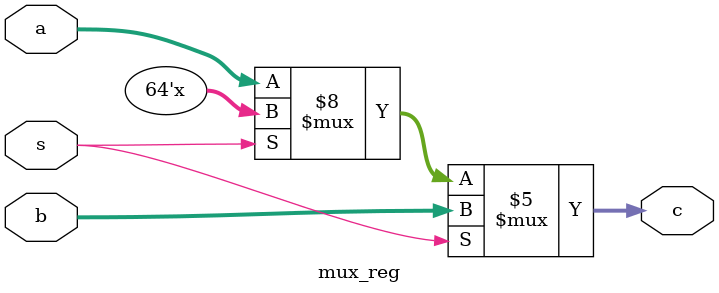
<source format=sv>
module mux_reg #(
    parameter REG_WIDTH = 64)(
    input logic [REG_WIDTH-1:0] a,
    input logic [REG_WIDTH-1:0] b,
    input logic s,
    output logic [REG_WIDTH-1:0] c
    );
     
    always@(*) begin
        if(s ==1'b0) begin
            c = a;
        end if(s == 1'b1) begin
            c = b;
        end
    end
endmodule

</source>
